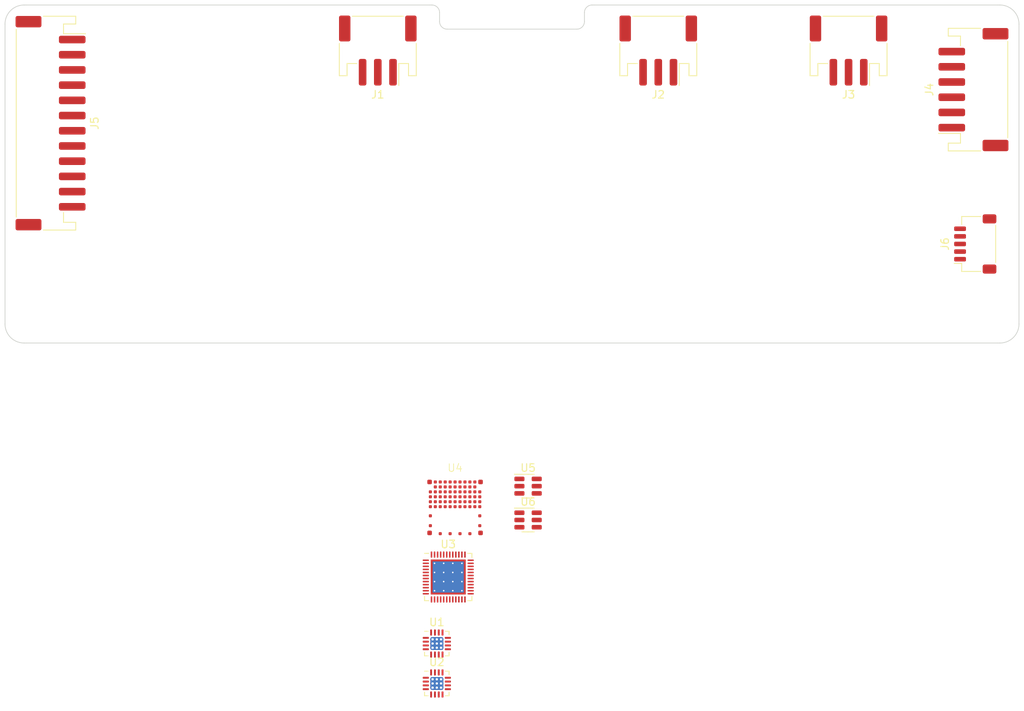
<source format=kicad_pcb>
(kicad_pcb (version 20221018) (generator pcbnew)
  (layers (0 "F.Cu" signal) (31 "B.Cu" signal) (34 "B.Paste" user) (35 "F.Paste" user) (36 "B.SilkS" user "B.Silkscreen") (37 "F.SilkS" user "F.Silkscreen") (38 "B.Mask" user) (39 "F.Mask" user) (44 "Edge.Cuts" user))
  (net 0 "")
  (net 1 "+3.3V")
  (net 3 "GND")
  (net 4 "+5V")
  (net 7 "/IndicatorLEDs/LED1")
  (net 8 "/IndicatorLEDs/LED2")
  (net 9 "/IndicatorLEDs/LED3")
  (net 10 "Net-(U1-ISEN12)")
  (net 11 "/Motors_Encoders/MOTOR_2-")
  (net 12 "/Motors_Encoders/MOTOR_3-")
  (net 13 "Net-(U1-ISEN34)")
  (net 14 "/Motors_Encoders/MOTOR_3+")
  (net 19 "Net-(U1-VM)")
  (net 24 "/Motors_Encoders/MOTOR_2+")
  (net 25 "Net-(U2-ISEN12)")
  (net 26 "/Motors_Encoders/MOTOR_1-")
  (net 28 "Net-(U2-ISEN34)")
  (net 34 "Net-(U2-VM)")
  (net 39 "/Motors_Encoders/MOTOR_1+")
  (net 66 "Net-(U3-BUCKVSS-Pad27)")
  (net 85 "Net-(U3-EP)")
  (net 87 "Net-(U4-VSS-PadA1)")
  (net 155 "+18V")
  (net 156 "Net-(U5-SW)")
  (net 157 "Net-(U5-BST)")
  (net 158 "Net-(U6-SW)")
  (net 159 "Net-(U6-BST)")
  (net 160 "/Motors_Encoders/ENC_A_1")
  (net 161 "/Motors_Encoders/ENC_POW_1")
  (net 162 "/Motors_Encoders/ENC_B_1")
  (net 163 "/Motors_Encoders/ENC_A_2")
  (net 164 "/Motors_Encoders/ENC_POW_2")
  (net 165 "/Motors_Encoders/ENC_B_2")
  (net 166 "/Motors_Encoders/ENC_A_3")
  (net 167 "/Motors_Encoders/ENC_POW_3")
  (net 168 "/Motors_Encoders/ENC_B_3")
  (footprint "Package_DFN_QFN:QFN-48-1EP_6x6mm_P0.4mm_EP4.6x4.6mm_ThermalVias" (layer "F.Cu") (at 123.375 97.45)
    (fp_text reference "U3" (at 0 -4.3) (layer "F.SilkS"))
    (fp_text value "nRF7002-QFXX")
    (fp_line (start -3.11 3.11) (end -3.11 2.56) (stroke (width 0.12)) (layer "F.SilkS"))
    (fp_line (start -2.56 -3.11) (end -3.11 -3.11) (stroke (width 0.12)) (layer "F.SilkS"))
    (fp_line (start -2.56 3.11) (end -3.11 3.11) (stroke (width 0.12)) (layer "F.SilkS"))
    (fp_line (start 2.56 -3.11) (end 3.11 -3.11) (stroke (width 0.12)) (layer "F.SilkS"))
    (fp_line (start 2.56 3.11) (end 3.11 3.11) (stroke (width 0.12)) (layer "F.SilkS"))
    (fp_line (start 3.11 -3.11) (end 3.11 -2.56) (stroke (width 0.12)) (layer "F.SilkS"))
    (fp_line (start 3.11 3.11) (end 3.11 2.56) (stroke (width 0.12)) (layer "F.SilkS"))
    (pad "1" smd roundrect (at -2.95 -2.2) (size 0.8 0.2) (layers "F.Cu" "F.Paste" "F.Mask"))
    (pad "2" smd roundrect (at -2.95 -1.8) (size 0.8 0.2) (layers "F.Cu" "F.Paste" "F.Mask"))
    (pad "3" smd roundrect (at -2.95 -1.4) (size 0.8 0.2) (layers "F.Cu" "F.Paste" "F.Mask"))
    (pad "4" smd roundrect (at -2.95 -1) (size 0.8 0.2) (layers "F.Cu" "F.Paste" "F.Mask"))
    (pad "5" smd roundrect (at -2.95 -0.6) (size 0.8 0.2) (layers "F.Cu" "F.Paste" "F.Mask"))
    (pad "6" smd roundrect (at -2.95 -0.2) (size 0.8 0.2) (layers "F.Cu" "F.Paste" "F.Mask"))
    (pad "7" smd roundrect (at -2.95 0.2) (size 0.8 0.2) (layers "F.Cu" "F.Paste" "F.Mask"))
    (pad "8" smd roundrect (at -2.95 0.6) (size 0.8 0.2) (layers "F.Cu" "F.Paste" "F.Mask"))
    (pad "9" smd roundrect (at -2.95 1) (size 0.8 0.2) (layers "F.Cu" "F.Paste" "F.Mask"))
    (pad "10" smd roundrect (at -2.95 1.4) (size 0.8 0.2) (layers "F.Cu" "F.Paste" "F.Mask"))
    (pad "11" smd roundrect (at -2.95 1.8) (size 0.8 0.2) (layers "F.Cu" "F.Paste" "F.Mask"))
    (pad "12" smd roundrect (at -2.95 2.2) (size 0.8 0.2) (layers "F.Cu" "F.Paste" "F.Mask"))
    (pad "13" smd roundrect (at -2.2 2.95) (size 0.2 0.8) (layers "F.Cu" "F.Paste" "F.Mask"))
    (pad "14" smd roundrect (at -1.8 2.95) (size 0.2 0.8) (layers "F.Cu" "F.Paste" "F.Mask"))
    (pad "15" smd roundrect (at -1.4 2.95) (size 0.2 0.8) (layers "F.Cu" "F.Paste" "F.Mask"))
    (pad "16" smd roundrect (at -1 2.95) (size 0.2 0.8) (layers "F.Cu" "F.Paste" "F.Mask"))
    (pad "17" smd roundrect (at -0.6 2.95) (size 0.2 0.8) (layers "F.Cu" "F.Paste" "F.Mask"))
    (pad "18" smd roundrect (at -0.2 2.95) (size 0.2 0.8) (layers "F.Cu" "F.Paste" "F.Mask"))
    (pad "19" smd roundrect (at 0.2 2.95) (size 0.2 0.8) (layers "F.Cu" "F.Paste" "F.Mask"))
    (pad "20" smd roundrect (at 0.6 2.95) (size 0.2 0.8) (layers "F.Cu" "F.Paste" "F.Mask"))
    (pad "21" smd roundrect (at 1 2.95) (size 0.2 0.8) (layers "F.Cu" "F.Paste" "F.Mask"))
    (pad "22" smd roundrect (at 1.4 2.95) (size 0.2 0.8) (layers "F.Cu" "F.Paste" "F.Mask"))
    (pad "23" smd roundrect (at 1.8 2.95) (size 0.2 0.8) (layers "F.Cu" "F.Paste" "F.Mask"))
    (pad "24" smd roundrect (at 2.2 2.95) (size 0.2 0.8) (layers "F.Cu" "F.Paste" "F.Mask"))
    (pad "25" smd roundrect (at 2.95 2.2) (size 0.8 0.2) (layers "F.Cu" "F.Paste" "F.Mask"))
    (pad "26" smd roundrect (at 2.95 1.8) (size 0.8 0.2) (layers "F.Cu" "F.Paste" "F.Mask"))
    (pad "27" smd roundrect (at 2.95 1.4) (size 0.8 0.2) (layers "F.Cu" "F.Paste" "F.Mask") (net 66 "Net-(U3-BUCKVSS-Pad27)"))
    (pad "28" smd roundrect (at 2.95 1) (size 0.8 0.2) (layers "F.Cu" "F.Paste" "F.Mask") (net 66 "Net-(U3-BUCKVSS-Pad27)"))
    (pad "29" smd roundrect (at 2.95 0.6) (size 0.8 0.2) (layers "F.Cu" "F.Paste" "F.Mask"))
    (pad "30" smd roundrect (at 2.95 0.2) (size 0.8 0.2) (layers "F.Cu" "F.Paste" "F.Mask"))
    (pad "31" smd roundrect (at 2.95 -0.2) (size 0.8 0.2) (layers "F.Cu" "F.Paste" "F.Mask"))
    (pad "32" smd roundrect (at 2.95 -0.6) (size 0.8 0.2) (layers "F.Cu" "F.Paste" "F.Mask"))
    (pad "33" smd roundrect (at 2.95 -1) (size 0.8 0.2) (layers "F.Cu" "F.Paste" "F.Mask"))
    (pad "34" smd roundrect (at 2.95 -1.4) (size 0.8 0.2) (layers "F.Cu" "F.Paste" "F.Mask"))
    (pad "35" smd roundrect (at 2.95 -1.8) (size 0.8 0.2) (layers "F.Cu" "F.Paste" "F.Mask"))
    (pad "36" smd roundrect (at 2.95 -2.2) (size 0.8 0.2) (layers "F.Cu" "F.Paste" "F.Mask"))
    (pad "37" smd roundrect (at 2.2 -2.95) (size 0.2 0.8) (layers "F.Cu" "F.Paste" "F.Mask"))
    (pad "38" smd roundrect (at 1.8 -2.95) (size 0.2 0.8) (layers "F.Cu" "F.Paste" "F.Mask"))
    (pad "39" smd roundrect (at 1.4 -2.95) (size 0.2 0.8) (layers "F.Cu" "F.Paste" "F.Mask"))
    (pad "40" smd roundrect (at 1 -2.95) (size 0.2 0.8) (layers "F.Cu" "F.Paste" "F.Mask"))
    (pad "41" smd roundrect (at 0.6 -2.95) (size 0.2 0.8) (layers "F.Cu" "F.Paste" "F.Mask"))
    (pad "42" smd roundrect (at 0.2 -2.95) (size 0.2 0.8) (layers "F.Cu" "F.Paste" "F.Mask"))
    (pad "43" smd roundrect (at -0.2 -2.95) (size 0.2 0.8) (layers "F.Cu" "F.Paste" "F.Mask"))
    (pad "44" smd roundrect (at -0.6 -2.95) (size 0.2 0.8) (layers "F.Cu" "F.Paste" "F.Mask"))
    (pad "45" smd roundrect (at -1 -2.95) (size 0.2 0.8) (layers "F.Cu" "F.Paste" "F.Mask"))
    (pad "46" smd roundrect (at -1.4 -2.95) (size 0.2 0.8) (layers "F.Cu" "F.Paste" "F.Mask"))
    (pad "47" smd roundrect (at -1.8 -2.95) (size 0.2 0.8) (layers "F.Cu" "F.Paste" "F.Mask") (net 85 "Net-(U3-EP)"))
    (pad "48" smd roundrect (at -2.2 -2.95) (size 0.2 0.8) (layers "F.Cu" "F.Paste" "F.Mask"))
    (pad "49" thru_hole circle (at -1.8 -1.8) (size 0.5 0.5) (drill 0.2) (layers "*.Cu") (net 85 "Net-(U3-EP)"))
    (pad "49" thru_hole circle (at -1.8 -0.6) (size 0.5 0.5) (drill 0.2) (layers "*.Cu") (net 85 "Net-(U3-EP)"))
    (pad "49" thru_hole circle (at -1.8 0.6) (size 0.5 0.5) (drill 0.2) (layers "*.Cu") (net 85 "Net-(U3-EP)"))
    (pad "49" thru_hole circle (at -1.8 1.8) (size 0.5 0.5) (drill 0.2) (layers "*.Cu") (net 85 "Net-(U3-EP)"))
    (pad "49" thru_hole circle (at -0.6 -1.8) (size 0.5 0.5) (drill 0.2) (layers "*.Cu") (net 85 "Net-(U3-EP)"))
    (pad "49" thru_hole circle (at -0.6 -0.6) (size 0.5 0.5) (drill 0.2) (layers "*.Cu") (net 85 "Net-(U3-EP)"))
    (pad "49" thru_hole circle (at -0.6 0.6) (size 0.5 0.5) (drill 0.2) (layers "*.Cu") (net 85 "Net-(U3-EP)"))
    (pad "49" thru_hole circle (at -0.6 1.8) (size 0.5 0.5) (drill 0.2) (layers "*.Cu") (net 85 "Net-(U3-EP)"))
    (pad "49" smd rect (at 0 0) (size 4.1 4.1) (layers "B.Cu") (net 85 "Net-(U3-EP)"))
    (pad "49" smd rect (at 0 0) (size 4.6 4.6) (layers "F.Cu" "F.Mask") (net 85 "Net-(U3-EP)"))
    (pad "49" thru_hole circle (at 0.6 -1.8) (size 0.5 0.5) (drill 0.2) (layers "*.Cu") (net 85 "Net-(U3-EP)"))
    (pad "49" thru_hole circle (at 0.6 -0.6) (size 0.5 0.5) (drill 0.2) (layers "*.Cu") (net 85 "Net-(U3-EP)"))
    (pad "49" thru_hole circle (at 0.6 0.6) (size 0.5 0.5) (drill 0.2) (layers "*.Cu") (net 85 "Net-(U3-EP)"))
    (pad "49" thru_hole circle (at 0.6 1.8) (size 0.5 0.5) (drill 0.2) (layers "*.Cu") (net 85 "Net-(U3-EP)"))
    (pad "49" thru_hole circle (at 1.8 -1.8) (size 0.5 0.5) (drill 0.2) (layers "*.Cu") (net 85 "Net-(U3-EP)"))
    (pad "49" thru_hole circle (at 1.8 -0.6) (size 0.5 0.5) (drill 0.2) (layers "*.Cu") (net 85 "Net-(U3-EP)"))
    (pad "49" thru_hole circle (at 1.8 0.6) (size 0.5 0.5) (drill 0.2) (layers "*.Cu") (net 85 "Net-(U3-EP)"))
    (pad "49" thru_hole circle (at 1.8 1.8) (size 0.5 0.5) (drill 0.2) (layers "*.Cu") (net 85 "Net-(U3-EP)"))
  )
  (footprint "Connector_JST:JST_PH_S6B-PH-SM4-TB_1x06-1MP_P2.00mm_Horizontal" (layer "F.Cu") (at 192.45 33.35 90)
    (fp_text reference "J4" (at 0 -5.8 90) (layer "F.SilkS"))
    (fp_text value "Conn_01x06_MountingPin")
    (fp_line (start -8.06 -3.31) (end -7.04 -3.31) (stroke (width 0.12)) (layer "F.SilkS"))
    (fp_line (start -8.06 0.94) (end -8.06 -3.31) (stroke (width 0.12)) (layer "F.SilkS"))
    (fp_line (start -7.04 -3.31) (end -7.04 -1.71) (stroke (width 0.12)) (layer "F.SilkS"))
    (fp_line (start -7.04 -1.71) (end -5.76 -1.71) (stroke (width 0.12)) (layer "F.SilkS"))
    (fp_line (start -6.34 4.51) (end 6.34 4.51) (stroke (width 0.12)) (layer "F.SilkS"))
    (fp_line (start -5.76 -1.71) (end -5.76 -4.6) (stroke (width 0.12)) (layer "F.SilkS"))
    (fp_line (start 7.04 -3.31) (end 7.04 -1.71) (stroke (width 0.12)) (layer "F.SilkS"))
    (fp_line (start 7.04 -1.71) (end 5.76 -1.71) (stroke (width 0.12)) (layer "F.SilkS"))
    (fp_line (start 8.06 -3.31) (end 7.04 -3.31) (stroke (width 0.12)) (layer "F.SilkS"))
    (fp_line (start 8.06 0.94) (end 8.06 -3.31) (stroke (width 0.12)) (layer "F.SilkS"))
    (pad "1" smd roundrect (at -5 -2.85 90) (size 1 3.5) (layers "F.Cu" "F.Paste" "F.Mask") (net 39 "/Motors_Encoders/MOTOR_1+"))
    (pad "2" smd roundrect (at -3 -2.85 90) (size 1 3.5) (layers "F.Cu" "F.Paste" "F.Mask") (net 26 "/Motors_Encoders/MOTOR_1-"))
    (pad "3" smd roundrect (at -1 -2.85 90) (size 1 3.5) (layers "F.Cu" "F.Paste" "F.Mask") (net 3 "GND"))
    (pad "4" smd roundrect (at 1 -2.85 90) (size 1 3.5) (layers "F.Cu" "F.Paste" "F.Mask") (net 160 "/Motors_Encoders/ENC_A_1"))
    (pad "5" smd roundrect (at 3 -2.85 90) (size 1 3.5) (layers "F.Cu" "F.Paste" "F.Mask") (net 161 "/Motors_Encoders/ENC_POW_1"))
    (pad "6" smd roundrect (at 5 -2.85 90) (size 1 3.5) (layers "F.Cu" "F.Paste" "F.Mask") (net 162 "/Motors_Encoders/ENC_B_1"))
    (pad "MP" smd roundrect (at -7.35 2.9 90) (size 1.5 3.4) (layers "F.Cu" "F.Paste" "F.Mask") (roundrect_rratio 0.166667) (net 3 "GND"))
    (pad "MP" smd roundrect (at 7.35 2.9 90) (size 1.5 3.4) (layers "F.Cu" "F.Paste" "F.Mask") (roundrect_rratio 0.166667) (net 3 "GND"))
  )
  (footprint "nordic-lib-kicad-nrf53-modules:ISP2053_8x8mm_LGA" (layer "F.Cu") (at 124.275 88.3)
    (fp_text reference "U4" (at 0 -5.2 unlocked) (layer "F.SilkS") (effects (font (thickness 0.1))))
    (fp_text value "ISP2053-AX")
    (pad "A1" smd roundrect (at -3.35 -3.35) (size 0.6 0.6) (layers "F.Cu" "F.Paste" "F.Mask") (net 87 "Net-(U4-VSS-PadA1)"))
    (pad "A2" smd roundrect (at -2.6 -3.35) (size 0.4 0.4) (layers "F.Cu" "F.Paste" "F.Mask"))
    (pad "A3" smd roundrect (at -1.95 -3.35) (size 0.4 0.4) (layers "F.Cu" "F.Paste" "F.Mask"))
    (pad "A4" smd roundrect (at -1.3 -3.35) (size 0.4 0.4) (layers "F.Cu" "F.Paste" "F.Mask"))
    (pad "A5" smd roundrect (at -0.65 -3.35) (size 0.4 0.4) (layers "F.Cu" "F.Paste" "F.Mask"))
    (pad "A6" smd roundrect (at 0 -3.35) (size 0.4 0.4) (layers "F.Cu" "F.Paste" "F.Mask"))
    (pad "A7" smd roundrect (at 0.65 -3.35) (size 0.4 0.4) (layers "F.Cu" "F.Paste" "F.Mask"))
    (pad "A8" smd roundrect (at 1.3 -3.35) (size 0.4 0.4) (layers "F.Cu" "F.Paste" "F.Mask"))
    (pad "A9" smd roundrect (at 1.95 -3.35) (size 0.4 0.4) (layers "F.Cu" "F.Paste" "F.Mask"))
    (pad "A10" smd roundrect (at 2.6 -3.35) (size 0.4 0.4) (layers "F.Cu" "F.Paste" "F.Mask"))
    (pad "A11" smd roundrect (at 3.35 -3.35) (size 0.6 0.6) (layers "F.Cu" "F.Paste" "F.Mask") (net 87 "Net-(U4-VSS-PadA1)"))
    (pad "B2" smd roundrect (at -2.6 -2.7) (size 0.4 0.4) (layers "F.Cu" "F.Paste" "F.Mask"))
    (pad "B3" smd roundrect (at -1.95 -2.7) (size 0.4 0.4) (layers "F.Cu" "F.Paste" "F.Mask"))
    (pad "B4" smd roundrect (at -1.3 -2.7) (size 0.4 0.4) (layers "F.Cu" "F.Paste" "F.Mask"))
    (pad "B5" smd roundrect (at -0.65 -2.7) (size 0.4 0.4) (layers "F.Cu" "F.Paste" "F.Mask"))
    (pad "B6" smd roundrect (at 0 -2.7) (size 0.4 0.4) (layers "F.Cu" "F.Paste" "F.Mask"))
    (pad "B7" smd roundrect (at 0.65 -2.7) (size 0.4 0.4) (layers "F.Cu" "F.Paste" "F.Mask"))
    (pad "B8" smd roundrect (at 1.3 -2.7) (size 0.4 0.4) (layers "F.Cu" "F.Paste" "F.Mask"))
    (pad "B9" smd roundrect (at 1.95 -2.7) (size 0.4 0.4) (layers "F.Cu" "F.Paste" "F.Mask"))
    (pad "B10" smd roundrect (at 2.6 -2.7) (size 0.4 0.4) (layers "F.Cu" "F.Paste" "F.Mask"))
    (pad "C1" smd roundrect (at -3.25 -2.05) (size 0.4 0.4) (layers "F.Cu" "F.Paste" "F.Mask"))
    (pad "C2" smd roundrect (at -2.6 -2.05) (size 0.4 0.4) (layers "F.Cu" "F.Paste" "F.Mask"))
    (pad "C3" smd roundrect (at -1.95 -2.05) (size 0.4 0.4) (layers "F.Cu" "F.Paste" "F.Mask"))
    (pad "C4" smd roundrect (at -1.3 -2.05) (size 0.4 0.4) (layers "F.Cu" "F.Paste" "F.Mask"))
    (pad "C5" smd roundrect (at -0.65 -2.05) (size 0.4 0.4) (layers "F.Cu" "F.Paste" "F.Mask"))
    (pad "C6" smd roundrect (at 0 -2.05) (size 0.4 0.4) (layers "F.Cu" "F.Paste" "F.Mask"))
    (pad "C7" smd roundrect (at 0.65 -2.05) (size 0.4 0.4) (layers "F.Cu" "F.Paste" "F.Mask"))
    (pad "C8" smd roundrect (at 1.3 -2.05) (size 0.4 0.4) (layers "F.Cu" "F.Paste" "F.Mask"))
    (pad "C9" smd roundrect (at 1.95 -2.05) (size 0.4 0.4) (layers "F.Cu" "F.Paste" "F.Mask"))
    (pad "C10" smd roundrect (at 2.6 -2.05) (size 0.4 0.4) (layers "F.Cu" "F.Paste" "F.Mask"))
    (pad "C11" smd roundrect (at 3.25 -2.05) (size 0.4 0.4) (layers "F.Cu" "F.Paste" "F.Mask"))
    (pad "D1" smd roundrect (at -3.25 -1.4) (size 0.4 0.4) (layers "F.Cu" "F.Paste" "F.Mask"))
    (pad "D2" smd roundrect (at -2.6 -1.4) (size 0.4 0.4) (layers "F.Cu" "F.Paste" "F.Mask"))
    (pad "D3" smd roundrect (at -1.95 -1.4) (size 0.4 0.4) (layers "F.Cu" "F.Paste" "F.Mask"))
    (pad "D4" smd roundrect (at -1.3 -1.4) (size 0.4 0.4) (layers "F.Cu" "F.Paste" "F.Mask"))
    (pad "D5" smd roundrect (at -0.65 -1.4) (size 0.4 0.4) (layers "F.Cu" "F.Paste" "F.Mask"))
    (pad "D6" smd roundrect (at 0 -1.4) (size 0.4 0.4) (layers "F.Cu" "F.Paste" "F.Mask"))
    (pad "D7" smd roundrect (at 0.65 -1.4) (size 0.4 0.4) (layers "F.Cu" "F.Paste" "F.Mask"))
    (pad "D8" smd roundrect (at 1.3 -1.4) (size 0.4 0.4) (layers "F.Cu" "F.Paste" "F.Mask"))
    (pad "D9" smd roundrect (at 1.95 -1.4) (size 0.4 0.4) (layers "F.Cu" "F.Paste" "F.Mask"))
    (pad "D10" smd roundrect (at 2.6 -1.4) (size 0.4 0.4) (layers "F.Cu" "F.Paste" "F.Mask"))
    (pad "D11" smd roundrect (at 3.25 -1.4) (size 0.4 0.4) (layers "F.Cu" "F.Paste" "F.Mask"))
    (pad "E1" smd roundrect (at -3.25 -0.75) (size 0.4 0.4) (layers "F.Cu" "F.Paste" "F.Mask"))
    (pad "E2" smd roundrect (at -2.6 -0.75) (size 0.4 0.4) (layers "F.Cu" "F.Paste" "F.Mask"))
    (pad "E3" smd roundrect (at -1.95 -0.75) (size 0.4 0.4) (layers "F.Cu" "F.Paste" "F.Mask"))
    (pad "E4" smd roundrect (at -1.3 -0.75) (size 0.4 0.4) (layers "F.Cu" "F.Paste" "F.Mask"))
    (pad "E5" smd roundrect (at -0.65 -0.75) (size 0.4 0.4) (layers "F.Cu" "F.Paste" "F.Mask"))
    (pad "E6" smd roundrect (at 0 -0.75) (size 0.4 0.4) (layers "F.Cu" "F.Paste" "F.Mask"))
    (pad "E7" smd roundrect (at 0.65 -0.75) (size 0.4 0.4) (layers "F.Cu" "F.Paste" "F.Mask") (net 87 "Net-(U4-VSS-PadA1)"))
    (pad "E8" smd roundrect (at 1.3 -0.75) (size 0.4 0.4) (layers "F.Cu" "F.Paste" "F.Mask"))
    (pad "E9" smd roundrect (at 1.95 -0.75) (size 0.4 0.4) (layers "F.Cu" "F.Paste" "F.Mask"))
    (pad "E10" smd roundrect (at 2.6 -0.75) (size 0.4 0.4) (layers "F.Cu" "F.Paste" "F.Mask"))
    (pad "E11" smd roundrect (at 3.25 -0.75) (size 0.4 0.4) (layers "F.Cu" "F.Paste" "F.Mask"))
    (pad "F1" smd roundrect (at -3.25 -0.1) (size 0.4 0.4) (layers "F.Cu" "F.Paste" "F.Mask") (net 87 "Net-(U4-VSS-PadA1)"))
    (pad "F2" smd roundrect (at -2.6 -0.1) (size 0.4 0.4) (layers "F.Cu" "F.Paste" "F.Mask"))
    (pad "F3" smd roundrect (at -1.95 -0.1) (size 0.4 0.4) (layers "F.Cu" "F.Paste" "F.Mask"))
    (pad "F4" smd roundrect (at -1.3 -0.1) (size 0.4 0.4) (layers "F.Cu" "F.Paste" "F.Mask"))
    (pad "F5" smd roundrect (at -0.65 -0.1) (size 0.4 0.4) (layers "F.Cu" "F.Paste" "F.Mask"))
    (pad "F6" smd roundrect (at 0 -0.1) (size 0.4 0.4) (layers "F.Cu" "F.Paste" "F.Mask") (net 87 "Net-(U4-VSS-PadA1)"))
    (pad "F7" smd roundrect (at 0.65 -0.1) (size 0.4 0.4) (layers "F.Cu" "F.Paste" "F.Mask"))
    (pad "F8" smd roundrect (at 1.3 -0.1) (size 0.4 0.4) (layers "F.Cu" "F.Paste" "F.Mask"))
    (pad "F9" smd roundrect (at 1.95 -0.1) (size 0.4 0.4) (layers "F.Cu" "F.Paste" "F.Mask") (net 87 "Net-(U4-VSS-PadA1)"))
    (pad "F10" smd roundrect (at 2.6 -0.1) (size 0.4 0.4) (layers "F.Cu" "F.Paste" "F.Mask"))
    (pad "F11" smd roundrect (at 3.25 -0.1) (size 0.4 0.4) (layers "F.Cu" "F.Paste" "F.Mask") (net 87 "Net-(U4-VSS-PadA1)"))
    (pad "H1" smd roundrect (at -3.25 1.1) (size 0.4 0.4) (layers "F.Cu" "F.Paste" "F.Mask"))
    (pad "H11" smd roundrect (at 3.25 1.1) (size 0.4 0.4) (layers "F.Cu" "F.Paste" "F.Mask"))
    (pad "K1" smd roundrect (at -3.25 2.4) (size 0.4 0.4) (layers "F.Cu" "F.Paste" "F.Mask"))
    (pad "K11" smd roundrect (at 3.25 2.4) (size 0.4 0.4) (layers "F.Cu" "F.Paste" "F.Mask"))
    (pad "L1" smd roundrect (at -3.35 3.35) (size 0.6 0.6) (layers "F.Cu" "F.Paste" "F.Mask"))
    (pad "L3" smd roundrect (at -1.95 3.45) (size 0.4 0.4) (layers "F.Cu" "F.Paste" "F.Mask"))
    (pad "L5" smd roundrect (at -0.65 3.45) (size 0.4 0.4) (layers "F.Cu" "F.Paste" "F.Mask"))
    (pad "L7" smd roundrect (at 0.65 3.45) (size 0.4 0.4) (layers "F.Cu" "F.Paste" "F.Mask"))
    (pad "L9" smd roundrect (at 1.95 3.45) (size 0.4 0.4) (layers "F.Cu" "F.Paste" "F.Mask"))
    (pad "L11" smd roundrect (at 3.35 3.35) (size 0.6 0.6) (layers "F.Cu" "F.Paste" "F.Mask"))
  )
  (footprint "Package_TO_SOT_SMD:TSOT-23-6" (layer "F.Cu") (at 133.875 89.95)
    (fp_text reference "U6" (at 0 -2.4) (layer "F.SilkS"))
    (fp_text value "AP63205WU")
    (fp_line (start 0 -1.56) (end -1.8 -1.56) (stroke (width 0.12)) (layer "F.SilkS"))
    (fp_line (start 0 -1.56) (end 0.8 -1.56) (stroke (width 0.12)) (layer "F.SilkS"))
    (fp_line (start 0 1.56) (end -0.8 1.56) (stroke (width 0.12)) (layer "F.SilkS"))
    (fp_line (start 0 1.56) (end 0.8 1.56) (stroke (width 0.12)) (layer "F.SilkS"))
    (pad "1" smd roundrect (at -1.1375 -0.95) (size 1.325 0.6) (layers "F.Cu" "F.Paste" "F.Mask") (net 4 "+5V"))
    (pad "2" smd roundrect (at -1.1375 0) (size 1.325 0.6) (layers "F.Cu" "F.Paste" "F.Mask") (net 155 "+18V"))
    (pad "3" smd roundrect (at -1.1375 0.95) (size 1.325 0.6) (layers "F.Cu" "F.Paste" "F.Mask") (net 155 "+18V"))
    (pad "4" smd roundrect (at 1.1375 0.95) (size 1.325 0.6) (layers "F.Cu" "F.Paste" "F.Mask") (net 3 "GND"))
    (pad "5" smd roundrect (at 1.1375 0) (size 1.325 0.6) (layers "F.Cu" "F.Paste" "F.Mask") (net 158 "Net-(U6-SW)"))
    (pad "6" smd roundrect (at 1.1375 -0.95) (size 1.325 0.6) (layers "F.Cu" "F.Paste" "F.Mask") (net 159 "Net-(U6-BST)"))
  )
  (footprint "Connector_JST:JST_SH_SM05B-SRSS-TB_1x05-1MP_P1.00mm_Horizontal" (layer "F.Cu") (at 192.6875 53.65 90)
    (fp_text reference "J6" (at 0 -3.98 90) (layer "F.SilkS"))
    (fp_text value "Conn_01x05_MountingPin")
    (fp_line (start -3.61 -1.785) (end -2.56 -1.785) (stroke (width 0.12)) (layer "F.SilkS"))
    (fp_line (start -3.61 0.715) (end -3.61 -1.785) (stroke (width 0.12)) (layer "F.SilkS"))
    (fp_line (start -2.56 -1.785) (end -2.56 -2.775) (stroke (width 0.12)) (layer "F.SilkS"))
    (fp_line (start -2.44 2.685) (end 2.44 2.685) (stroke (width 0.12)) (layer "F.SilkS"))
    (fp_line (start 3.61 -1.785) (end 2.56 -1.785) (stroke (width 0.12)) (layer "F.SilkS"))
    (fp_line (start 3.61 0.715) (end 3.61 -1.785) (stroke (width 0.12)) (layer "F.SilkS"))
    (pad "1" smd roundrect (at -2 -2 90) (size 0.6 1.55) (layers "F.Cu" "F.Paste" "F.Mask") (net 1 "+3.3V"))
    (pad "2" smd roundrect (at -1 -2 90) (size 0.6 1.55) (layers "F.Cu" "F.Paste" "F.Mask") (net 7 "/IndicatorLEDs/LED1"))
    (pad "3" smd roundrect (at 0 -2 90) (size 0.6 1.55) (layers "F.Cu" "F.Paste" "F.Mask") (net 8 "/IndicatorLEDs/LED2"))
    (pad "4" smd roundrect (at 1 -2 90) (size 0.6 1.55) (layers "F.Cu" "F.Paste" "F.Mask") (net 9 "/IndicatorLEDs/LED3"))
    (pad "5" smd roundrect (at 2 -2 90) (size 0.6 1.55) (layers "F.Cu" "F.Paste" "F.Mask") (net 3 "GND"))
    (pad "MP" smd roundrect (at -3.3 1.875 90) (size 1.2 1.8) (layers "F.Cu" "F.Paste" "F.Mask") (roundrect_rratio 0.208333) (net 3 "GND"))
    (pad "MP" smd roundrect (at 3.3 1.875 90) (size 1.2 1.8) (layers "F.Cu" "F.Paste" "F.Mask") (roundrect_rratio 0.208333) (net 3 "GND"))
  )
  (footprint "Connector_JST:JST_PH_S12B-PH-SM4-TB_1x12-1MP_P2.00mm_Horizontal" (layer "F.Cu") (at 71.075 37.7625 -90)
    (fp_text reference "J5" (at 0 -5.8 90) (layer "F.SilkS"))
    (fp_text value "Conn_01x12_MountingPin")
    (fp_line (start -14.06 -3.31) (end -13.04 -3.31) (stroke (width 0.12)) (layer "F.SilkS"))
    (fp_line (start -14.06 0.94) (end -14.06 -3.31) (stroke (width 0.12)) (layer "F.SilkS"))
    (fp_line (start -13.04 -3.31) (end -13.04 -1.71) (stroke (width 0.12)) (layer "F.SilkS"))
    (fp_line (start -13.04 -1.71) (end -11.76 -1.71) (stroke (width 0.12)) (layer "F.SilkS"))
    (fp_line (start -12.34 4.51) (end 12.34 4.51) (stroke (width 0.12)) (layer "F.SilkS"))
    (fp_line (start -11.76 -1.71) (end -11.76 -4.6) (stroke (width 0.12)) (layer "F.SilkS"))
    (fp_line (start 13.04 -3.31) (end 13.04 -1.71) (stroke (width 0.12)) (layer "F.SilkS"))
    (fp_line (start 13.04 -1.71) (end 11.76 -1.71) (stroke (width 0.12)) (layer "F.SilkS"))
    (fp_line (start 14.06 -3.31) (end 13.04 -3.31) (stroke (width 0.12)) (layer "F.SilkS"))
    (fp_line (start 14.06 0.94) (end 14.06 -3.31) (stroke (width 0.12)) (layer "F.SilkS"))
    (pad "1" smd roundrect (at -11 -2.85 270) (size 1 3.5) (layers "F.Cu" "F.Paste" "F.Mask") (net 24 "/Motors_Encoders/MOTOR_2+"))
    (pad "2" smd roundrect (at -9 -2.85 270) (size 1 3.5) (layers "F.Cu" "F.Paste" "F.Mask") (net 11 "/Motors_Encoders/MOTOR_2-"))
    (pad "3" smd roundrect (at -7 -2.85 270) (size 1 3.5) (layers "F.Cu" "F.Paste" "F.Mask") (net 3 "GND"))
    (pad "4" smd roundrect (at -5 -2.85 270) (size 1 3.5) (layers "F.Cu" "F.Paste" "F.Mask") (net 163 "/Motors_Encoders/ENC_A_2"))
    (pad "5" smd roundrect (at -3 -2.85 270) (size 1 3.5) (layers "F.Cu" "F.Paste" "F.Mask") (net 164 "/Motors_Encoders/ENC_POW_2"))
    (pad "6" smd roundrect (at -1 -2.85 270) (size 1 3.5) (layers "F.Cu" "F.Paste" "F.Mask") (net 165 "/Motors_Encoders/ENC_B_2"))
    (pad "7" smd roundrect (at 1 -2.85 270) (size 1 3.5) (layers "F.Cu" "F.Paste" "F.Mask") (net 14 "/Motors_Encoders/MOTOR_3+"))
    (pad "8" smd roundrect (at 3 -2.85 270) (size 1 3.5) (layers "F.Cu" "F.Paste" "F.Mask") (net 12 "/Motors_Encoders/MOTOR_3-"))
    (pad "9" smd roundrect (at 5 -2.85 270) (size 1 3.5) (layers "F.Cu" "F.Paste" "F.Mask") (net 3 "GND"))
    (pad "10" smd roundrect (at 7 -2.85 270) (size 1 3.5) (layers "F.Cu" "F.Paste" "F.Mask") (net 166 "/Motors_Encoders/ENC_A_3"))
    (pad "11" smd roundrect (at 9 -2.85 270) (size 1 3.5) (layers "F.Cu" "F.Paste" "F.Mask") (net 167 "/Motors_Encoders/ENC_POW_3"))
    (pad "12" smd roundrect (at 11 -2.85 270) (size 1 3.5) (layers "F.Cu" "F.Paste" "F.Mask") (net 168 "/Motors_Encoders/ENC_B_3"))
    (pad "MP" smd roundrect (at -13.35 2.9 270) (size 1.5 3.4) (layers "F.Cu" "F.Paste" "F.Mask") (roundrect_rratio 0.166667) (net 3 "GND"))
    (pad "MP" smd roundrect (at 13.35 2.9 270) (size 1.5 3.4) (layers "F.Cu" "F.Paste" "F.Mask") (roundrect_rratio 0.166667) (net 3 "GND"))
  )
  (footprint "Connector_JST:JST_PH_S3B-PH-SM4-TB_1x03-1MP_P2.00mm_Horizontal" (layer "F.Cu") (at 151 28.2125 180)
    (fp_text reference "J2" (at 0 -5.8) (layer "F.SilkS"))
    (fp_text value "Conn_01x03_MountingPin")
    (fp_line (start -5.06 -3.31) (end -4.04 -3.31) (stroke (width 0.12)) (layer "F.SilkS"))
    (fp_line (start -5.06 0.94) (end -5.06 -3.31) (stroke (width 0.12)) (layer "F.SilkS"))
    (fp_line (start -4.04 -3.31) (end -4.04 -1.71) (stroke (width 0.12)) (layer "F.SilkS"))
    (fp_line (start -4.04 -1.71) (end -2.76 -1.71) (stroke (width 0.12)) (layer "F.SilkS"))
    (fp_line (start -3.34 4.51) (end 3.34 4.51) (stroke (width 0.12)) (layer "F.SilkS"))
    (fp_line (start -2.76 -1.71) (end -2.76 -4.6) (stroke (width 0.12)) (layer "F.SilkS"))
    (fp_line (start 4.04 -3.31) (end 4.04 -1.71) (stroke (width 0.12)) (layer "F.SilkS"))
    (fp_line (start 4.04 -1.71) (end 2.76 -1.71) (stroke (width 0.12)) (layer "F.SilkS"))
    (fp_line (start 5.06 -3.31) (end 4.04 -3.31) (stroke (width 0.12)) (layer "F.SilkS"))
    (fp_line (start 5.06 0.94) (end 5.06 -3.31) (stroke (width 0.12)) (layer "F.SilkS"))
    (pad "1" smd roundrect (at -2 -2.85 180) (size 1 3.5) (layers "F.Cu" "F.Paste" "F.Mask") (net 4 "+5V"))
    (pad "2" smd roundrect (at 0 -2.85 180) (size 1 3.5) (layers "F.Cu" "F.Paste" "F.Mask"))
    (pad "3" smd roundrect (at 2 -2.85 180) (size 1 3.5) (layers "F.Cu" "F.Paste" "F.Mask") (net 3 "GND"))
    (pad "MP" smd roundrect (at -4.35 2.9 180) (size 1.5 3.4) (layers "F.Cu" "F.Paste" "F.Mask") (roundrect_rratio 0.166667) (net 3 "GND"))
    (pad "MP" smd roundrect (at 4.35 2.9 180) (size 1.5 3.4) (layers "F.Cu" "F.Paste" "F.Mask") (roundrect_rratio 0.166667) (net 3 "GND"))
  )
  (footprint "Package_DFN_QFN:QFN-16-1EP_3x3mm_P0.5mm_EP1.7x1.7mm_ThermalVias" (layer "F.Cu") (at 121.875 111.45)
    (fp_text reference "U2" (at 0 -2.8) (layer "F.SilkS"))
    (fp_text value "DRV8847RTE")
    (fp_line (start -1.61 1.61) (end -1.61 1.135) (stroke (width 0.12)) (layer "F.SilkS"))
    (fp_line (start -1.135 -1.61) (end -1.61 -1.61) (stroke (width 0.12)) (layer "F.SilkS"))
    (fp_line (start -1.135 1.61) (end -1.61 1.61) (stroke (width 0.12)) (layer "F.SilkS"))
    (fp_line (start 1.135 -1.61) (end 1.61 -1.61) (stroke (width 0.12)) (layer "F.SilkS"))
    (fp_line (start 1.135 1.61) (end 1.61 1.61) (stroke (width 0.12)) (layer "F.SilkS"))
    (fp_line (start 1.61 -1.61) (end 1.61 -1.135) (stroke (width 0.12)) (layer "F.SilkS"))
    (fp_line (start 1.61 1.61) (end 1.61 1.135) (stroke (width 0.12)) (layer "F.SilkS"))
    (pad "1" smd roundrect (at -1.45 -0.75) (size 0.8 0.25) (layers "F.Cu" "F.Paste" "F.Mask") (net 25 "Net-(U2-ISEN12)"))
    (pad "2" smd roundrect (at -1.45 -0.25) (size 0.8 0.25) (layers "F.Cu" "F.Paste" "F.Mask") (net 26 "/Motors_Encoders/MOTOR_1-"))
    (pad "3" smd roundrect (at -1.45 0.25) (size 0.8 0.25) (layers "F.Cu" "F.Paste" "F.Mask"))
    (pad "4" smd roundrect (at -1.45 0.75) (size 0.8 0.25) (layers "F.Cu" "F.Paste" "F.Mask") (net 28 "Net-(U2-ISEN34)"))
    (pad "5" smd roundrect (at -0.75 1.45) (size 0.25 0.8) (layers "F.Cu" "F.Paste" "F.Mask"))
    (pad "6" smd roundrect (at -0.25 1.45) (size 0.25 0.8) (layers "F.Cu" "F.Paste" "F.Mask"))
    (pad "7" smd roundrect (at 0.25 1.45) (size 0.25 0.8) (layers "F.Cu" "F.Paste" "F.Mask"))
    (pad "8" smd roundrect (at 0.75 1.45) (size 0.25 0.8) (layers "F.Cu" "F.Paste" "F.Mask"))
    (pad "9" smd roundrect (at 1.45 0.75) (size 0.8 0.25) (layers "F.Cu" "F.Paste" "F.Mask"))
    (pad "10" smd roundrect (at 1.45 0.25) (size 0.8 0.25) (layers "F.Cu" "F.Paste" "F.Mask") (net 34 "Net-(U2-VM)"))
    (pad "11" smd roundrect (at 1.45 -0.25) (size 0.8 0.25) (layers "F.Cu" "F.Paste" "F.Mask") (net 3 "GND"))
    (pad "12" smd roundrect (at 1.45 -0.75) (size 0.8 0.25) (layers "F.Cu" "F.Paste" "F.Mask"))
    (pad "13" smd roundrect (at 0.75 -1.45) (size 0.25 0.8) (layers "F.Cu" "F.Paste" "F.Mask"))
    (pad "14" smd roundrect (at 0.25 -1.45) (size 0.25 0.8) (layers "F.Cu" "F.Paste" "F.Mask"))
    (pad "15" smd roundrect (at -0.25 -1.45) (size 0.25 0.8) (layers "F.Cu" "F.Paste" "F.Mask"))
    (pad "16" smd roundrect (at -0.75 -1.45) (size 0.25 0.8) (layers "F.Cu" "F.Paste" "F.Mask") (net 39 "/Motors_Encoders/MOTOR_1+"))
    (pad "17" thru_hole circle (at -0.55 -0.55) (size 0.6 0.6) (drill 0.3) (layers "*.Cu") (net 3 "GND"))
    (pad "17" thru_hole circle (at -0.55 0) (size 0.6 0.6) (drill 0.3) (layers "*.Cu") (net 3 "GND"))
    (pad "17" thru_hole circle (at -0.55 0.55) (size 0.6 0.6) (drill 0.3) (layers "*.Cu") (net 3 "GND"))
    (pad "17" thru_hole circle (at 0 -0.55) (size 0.6 0.6) (drill 0.3) (layers "*.Cu") (net 3 "GND"))
    (pad "17" thru_hole circle (at 0 0) (size 0.6 0.6) (drill 0.3) (layers "*.Cu") (net 3 "GND"))
    (pad "17" smd roundrect (at 0 0) (size 1.7 1.7) (layers "F.Cu" "F.Mask") (roundrect_rratio 0.147059) (net 3 "GND"))
    (pad "17" smd roundrect (at 0 0) (size 1.7 1.7) (layers "B.Cu") (roundrect_rratio 0.147059) (net 3 "GND"))
    (pad "17" thru_hole circle (at 0 0.55) (size 0.6 0.6) (drill 0.3) (layers "*.Cu") (net 3 "GND"))
    (pad "17" thru_hole circle (at 0.55 -0.55) (size 0.6 0.6) (drill 0.3) (layers "*.Cu") (net 3 "GND"))
    (pad "17" thru_hole circle (at 0.55 0) (size 0.6 0.6) (drill 0.3) (layers "*.Cu") (net 3 "GND"))
    (pad "17" thru_hole circle (at 0.55 0.55) (size 0.6 0.6) (drill 0.3) (layers "*.Cu") (net 3 "GND"))
  )
  (footprint "Package_TO_SOT_SMD:TSOT-23-6" (layer "F.Cu") (at 133.875 85.5)
    (fp_text reference "U5" (at 0 -2.4) (layer "F.SilkS"))
    (fp_text value "AP63203WU")
    (fp_line (start 0 -1.56) (end -1.8 -1.56) (stroke (width 0.12)) (layer "F.SilkS"))
    (fp_line (start 0 -1.56) (end 0.8 -1.56) (stroke (width 0.12)) (layer "F.SilkS"))
    (fp_line (start 0 1.56) (end -0.8 1.56) (stroke (width 0.12)) (layer "F.SilkS"))
    (fp_line (start 0 1.56) (end 0.8 1.56) (stroke (width 0.12)) (layer "F.SilkS"))
    (pad "1" smd roundrect (at -1.1375 -0.95) (size 1.325 0.6) (layers "F.Cu" "F.Paste" "F.Mask") (net 1 "+3.3V"))
    (pad "2" smd roundrect (at -1.1375 0) (size 1.325 0.6) (layers "F.Cu" "F.Paste" "F.Mask") (net 155 "+18V"))
    (pad "3" smd roundrect (at -1.1375 0.95) (size 1.325 0.6) (layers "F.Cu" "F.Paste" "F.Mask") (net 155 "+18V"))
    (pad "4" smd roundrect (at 1.1375 0.95) (size 1.325 0.6) (layers "F.Cu" "F.Paste" "F.Mask") (net 3 "GND"))
    (pad "5" smd roundrect (at 1.1375 0) (size 1.325 0.6) (layers "F.Cu" "F.Paste" "F.Mask") (net 156 "Net-(U5-SW)"))
    (pad "6" smd roundrect (at 1.1375 -0.95) (size 1.325 0.6) (layers "F.Cu" "F.Paste" "F.Mask") (net 157 "Net-(U5-BST)"))
  )
  (footprint "Connector_JST:JST_PH_S3B-PH-SM4-TB_1x03-1MP_P2.00mm_Horizontal" (layer "F.Cu") (at 114.1125 28.2125 180)
    (fp_text reference "J1" (at 0 -5.8) (layer "F.SilkS"))
    (fp_text value "Conn_01x03_MountingPin")
    (fp_line (start -5.06 -3.31) (end -4.04 -3.31) (stroke (width 0.12)) (layer "F.SilkS"))
    (fp_line (start -5.06 0.94) (end -5.06 -3.31) (stroke (width 0.12)) (layer "F.SilkS"))
    (fp_line (start -4.04 -3.31) (end -4.04 -1.71) (stroke (width 0.12)) (layer "F.SilkS"))
    (fp_line (start -4.04 -1.71) (end -2.76 -1.71) (stroke (width 0.12)) (layer "F.SilkS"))
    (fp_line (start -3.34 4.51) (end 3.34 4.51) (stroke (width 0.12)) (layer "F.SilkS"))
    (fp_line (start -2.76 -1.71) (end -2.76 -4.6) (stroke (width 0.12)) (layer "F.SilkS"))
    (fp_line (start 4.04 -3.31) (end 4.04 -1.71) (stroke (width 0.12)) (layer "F.SilkS"))
    (fp_line (start 4.04 -1.71) (end 2.76 -1.71) (stroke (width 0.12)) (layer "F.SilkS"))
    (fp_line (start 5.06 -3.31) (end 4.04 -3.31) (stroke (width 0.12)) (layer "F.SilkS"))
    (fp_line (start 5.06 0.94) (end 5.06 -3.31) (stroke (width 0.12)) (layer "F.SilkS"))
    (pad "1" smd roundrect (at -2 -2.85 180) (size 1 3.5) (layers "F.Cu" "F.Paste" "F.Mask") (net 1 "+3.3V"))
    (pad "2" smd roundrect (at 0 -2.85 180) (size 1 3.5) (layers "F.Cu" "F.Paste" "F.Mask"))
    (pad "3" smd roundrect (at 2 -2.85 180) (size 1 3.5) (layers "F.Cu" "F.Paste" "F.Mask") (net 3 "GND"))
    (pad "MP" smd roundrect (at -4.35 2.9 180) (size 1.5 3.4) (layers "F.Cu" "F.Paste" "F.Mask") (roundrect_rratio 0.166667) (net 3 "GND"))
    (pad "MP" smd roundrect (at 4.35 2.9 180) (size 1.5 3.4) (layers "F.Cu" "F.Paste" "F.Mask") (roundrect_rratio 0.166667) (net 3 "GND"))
  )
  (footprint "Package_DFN_QFN:QFN-16-1EP_3x3mm_P0.5mm_EP1.7x1.7mm_ThermalVias" (layer "F.Cu") (at 121.875 106.2)
    (fp_text reference "U1" (at 0 -2.8) (layer "F.SilkS"))
    (fp_text value "DRV8847RTE")
    (fp_line (start -1.61 1.61) (end -1.61 1.135) (stroke (width 0.12)) (layer "F.SilkS"))
    (fp_line (start -1.135 -1.61) (end -1.61 -1.61) (stroke (width 0.12)) (layer "F.SilkS"))
    (fp_line (start -1.135 1.61) (end -1.61 1.61) (stroke (width 0.12)) (layer "F.SilkS"))
    (fp_line (start 1.135 -1.61) (end 1.61 -1.61) (stroke (width 0.12)) (layer "F.SilkS"))
    (fp_line (start 1.135 1.61) (end 1.61 1.61) (stroke (width 0.12)) (layer "F.SilkS"))
    (fp_line (start 1.61 -1.61) (end 1.61 -1.135) (stroke (width 0.12)) (layer "F.SilkS"))
    (fp_line (start 1.61 1.61) (end 1.61 1.135) (stroke (width 0.12)) (layer "F.SilkS"))
    (pad "1" smd roundrect (at -1.45 -0.75) (size 0.8 0.25) (layers "F.Cu" "F.Paste" "F.Mask") (net 10 "Net-(U1-ISEN12)"))
    (pad "2" smd roundrect (at -1.45 -0.25) (size 0.8 0.25) (layers "F.Cu" "F.Paste" "F.Mask") (net 11 "/Motors_Encoders/MOTOR_2-"))
    (pad "3" smd roundrect (at -1.45 0.25) (size 0.8 0.25) (layers "F.Cu" "F.Paste" "F.Mask") (net 12 "/Motors_Encoders/MOTOR_3-"))
    (pad "4" smd roundrect (at -1.45 0.75) (size 0.8 0.25) (layers "F.Cu" "F.Paste" "F.Mask") (net 13 "Net-(U1-ISEN34)"))
    (pad "5" smd roundrect (at -0.75 1.45) (size 0.25 0.8) (layers "F.Cu" "F.Paste" "F.Mask") (net 14 "/Motors_Encoders/MOTOR_3+"))
    (pad "6" smd roundrect (at -0.25 1.45) (size 0.25 0.8) (layers "F.Cu" "F.Paste" "F.Mask"))
    (pad "7" smd roundrect (at 0.25 1.45) (size 0.25 0.8) (layers "F.Cu" "F.Paste" "F.Mask"))
    (pad "8" smd roundrect (at 0.75 1.45) (size 0.25 0.8) (layers "F.Cu" "F.Paste" "F.Mask"))
    (pad "9" smd roundrect (at 1.45 0.75) (size 0.8 0.25) (layers "F.Cu" "F.Paste" "F.Mask"))
    (pad "10" smd roundrect (at 1.45 0.25) (size 0.8 0.25) (layers "F.Cu" "F.Paste" "F.Mask") (net 19 "Net-(U1-VM)"))
    (pad "11" smd roundrect (at 1.45 -0.25) (size 0.8 0.25) (layers "F.Cu" "F.Paste" "F.Mask") (net 3 "GND"))
    (pad "12" smd roundrect (at 1.45 -0.75) (size 0.8 0.25) (layers "F.Cu" "F.Paste" "F.Mask"))
    (pad "13" smd roundrect (at 0.75 -1.45) (size 0.25 0.8) (layers "F.Cu" "F.Paste" "F.Mask"))
    (pad "14" smd roundrect (at 0.25 -1.45) (size 0.25 0.8) (layers "F.Cu" "F.Paste" "F.Mask"))
    (pad "15" smd roundrect (at -0.25 -1.45) (size 0.25 0.8) (layers "F.Cu" "F.Paste" "F.Mask"))
    (pad "16" smd roundrect (at -0.75 -1.45) (size 0.25 0.8) (layers "F.Cu" "F.Paste" "F.Mask") (net 24 "/Motors_Encoders/MOTOR_2+"))
    (pad "17" thru_hole circle (at -0.55 -0.55) (size 0.6 0.6) (drill 0.3) (layers "*.Cu") (net 3 "GND"))
    (pad "17" thru_hole circle (at -0.55 0) (size 0.6 0.6) (drill 0.3) (layers "*.Cu") (net 3 "GND"))
    (pad "17" thru_hole circle (at -0.55 0.55) (size 0.6 0.6) (drill 0.3) (layers "*.Cu") (net 3 "GND"))
    (pad "17" thru_hole circle (at 0 -0.55) (size 0.6 0.6) (drill 0.3) (layers "*.Cu") (net 3 "GND"))
    (pad "17" thru_hole circle (at 0 0) (size 0.6 0.6) (drill 0.3) (layers "*.Cu") (net 3 "GND"))
    (pad "17" smd roundrect (at 0 0) (size 1.7 1.7) (layers "F.Cu" "F.Mask") (roundrect_rratio 0.147059) (net 3 "GND"))
    (pad "17" smd roundrect (at 0 0) (size 1.7 1.7) (layers "B.Cu") (roundrect_rratio 0.147059) (net 3 "GND"))
    (pad "17" thru_hole circle (at 0 0.55) (size 0.6 0.6) (drill 0.3) (layers "*.Cu") (net 3 "GND"))
    (pad "17" thru_hole circle (at 0.55 -0.55) (size 0.6 0.6) (drill 0.3) (layers "*.Cu") (net 3 "GND"))
    (pad "17" thru_hole circle (at 0.55 0) (size 0.6 0.6) (drill 0.3) (layers "*.Cu") (net 3 "GND"))
    (pad "17" thru_hole circle (at 0.55 0.55) (size 0.6 0.6) (drill 0.3) (layers "*.Cu") (net 3 "GND"))
  )
  (footprint "Connector_JST:JST_PH_S3B-PH-SM4-TB_1x03-1MP_P2.00mm_Horizontal" (layer "F.Cu") (at 176.025 28.2125 180)
    (fp_text reference "J3" (at 0 -5.8) (layer "F.SilkS"))
    (fp_text value "Conn_01x03_MountingPin")
    (fp_line (start -5.06 -3.31) (end -4.04 -3.31) (stroke (width 0.12)) (layer "F.SilkS"))
    (fp_line (start -5.06 0.94) (end -5.06 -3.31) (stroke (width 0.12)) (layer "F.SilkS"))
    (fp_line (start -4.04 -3.31) (end -4.04 -1.71) (stroke (width 0.12)) (layer "F.SilkS"))
    (fp_line (start -4.04 -1.71) (end -2.76 -1.71) (stroke (width 0.12)) (layer "F.SilkS"))
    (fp_line (start -3.34 4.51) (end 3.34 4.51) (stroke (width 0.12)) (layer "F.SilkS"))
    (fp_line (start -2.76 -1.71) (end -2.76 -4.6) (stroke (width 0.12)) (layer "F.SilkS"))
    (fp_line (start 4.04 -3.31) (end 4.04 -1.71) (stroke (width 0.12)) (layer "F.SilkS"))
    (fp_line (start 4.04 -1.71) (end 2.76 -1.71) (stroke (width 0.12)) (layer "F.SilkS"))
    (fp_line (start 5.06 -3.31) (end 4.04 -3.31) (stroke (width 0.12)) (layer "F.SilkS"))
    (fp_line (start 5.06 0.94) (end 5.06 -3.31) (stroke (width 0.12)) (layer "F.SilkS"))
    (pad "1" smd roundrect (at -2 -2.85 180) (size 1 3.5) (layers "F.Cu" "F.Paste" "F.Mask") (net 1 "+3.3V"))
    (pad "2" smd roundrect (at 0 -2.85 180) (size 1 3.5) (layers "F.Cu" "F.Paste" "F.Mask"))
    (pad "3" smd roundrect (at 2 -2.85 180) (size 1 3.5) (layers "F.Cu" "F.Paste" "F.Mask") (net 3 "GND"))
    (pad "MP" smd roundrect (at -4.35 2.9 180) (size 1.5 3.4) (layers "F.Cu" "F.Paste" "F.Mask") (roundrect_rratio 0.166667) (net 3 "GND"))
    (pad "MP" smd roundrect (at 4.35 2.9 180) (size 1.5 3.4) (layers "F.Cu" "F.Paste" "F.Mask") (roundrect_rratio 0.166667) (net 3 "GND"))
  )
  (gr_arc (start 141.2875 23.225) (mid 141.580393 22.517893) (end 142.2875 22.225) (stroke (width 0.1)) (layer "Edge.Cuts"))
  (gr_arc (start 198.4375 64.175) (mid 197.705267 65.942767) (end 195.9375 66.675) (stroke (width 0.1)) (layer "Edge.Cuts"))
  (gr_line (start 141.2875 23.225) (end 141.2875 24.4) (stroke (width 0.1)) (layer "Edge.Cuts"))
  (gr_arc (start 65.0875 24.725) (mid 65.819733 22.957233) (end 67.5875 22.225) (stroke (width 0.1)) (layer "Edge.Cuts"))
  (gr_arc (start 195.9375 22.225) (mid 197.705267 22.957233) (end 198.4375 24.725) (stroke (width 0.1)) (layer "Edge.Cuts"))
  (gr_line (start 122.2375 23.225) (end 122.2375 24.4) (stroke (width 0.1)) (layer "Edge.Cuts"))
  (gr_line (start 195.9375 22.225) (end 142.2875 22.225) (stroke (width 0.1)) (layer "Edge.Cuts"))
  (gr_line (start 195.9375 66.675) (end 67.5875 66.675) (stroke (width 0.1)) (layer "Edge.Cuts"))
  (gr_arc (start 121.2375 22.225) (mid 121.944607 22.517893) (end 122.2375 23.225) (stroke (width 0.1)) (layer "Edge.Cuts"))
  (gr_line (start 65.0875 64.175) (end 65.0875 24.725) (stroke (width 0.1)) (layer "Edge.Cuts"))
  (gr_arc (start 141.2875 24.4) (mid 140.994607 25.107107) (end 140.2875 25.4) (stroke (width 0.1)) (layer "Edge.Cuts"))
  (gr_arc (start 67.5875 66.675) (mid 65.819733 65.942767) (end 65.0875 64.175) (stroke (width 0.1)) (layer "Edge.Cuts"))
  (gr_line (start 140.2875 25.4) (end 123.2375 25.4) (stroke (width 0.1)) (layer "Edge.Cuts"))
  (gr_arc (start 123.2375 25.4) (mid 122.530393 25.107107) (end 122.2375 24.4) (stroke (width 0.1)) (layer "Edge.Cuts"))
  (gr_line (start 198.4375 24.725) (end 198.4375 64.175) (stroke (width 0.1)) (layer "Edge.Cuts"))
  (gr_line (start 121.2375 22.225) (end 67.5875 22.225) (stroke (width 0.1)) (layer "Edge.Cuts"))
)
</source>
